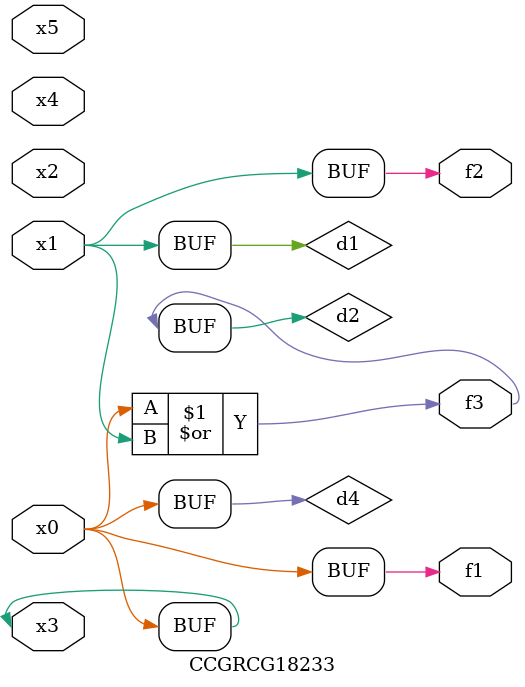
<source format=v>
module CCGRCG18233(
	input x0, x1, x2, x3, x4, x5,
	output f1, f2, f3
);

	wire d1, d2, d3, d4;

	and (d1, x1);
	or (d2, x0, x1);
	nand (d3, x0, x5);
	buf (d4, x0, x3);
	assign f1 = d4;
	assign f2 = d1;
	assign f3 = d2;
endmodule

</source>
